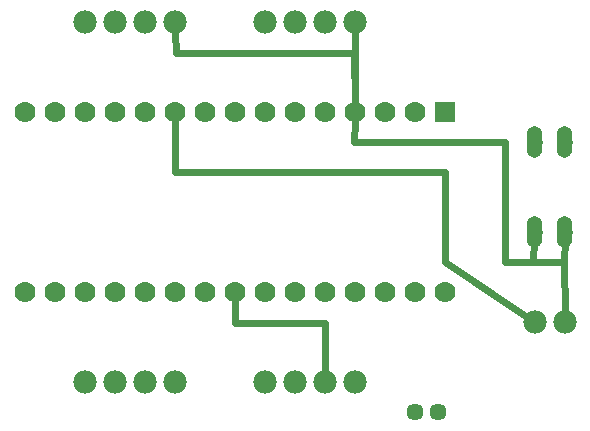
<source format=gbl>
G04 MADE WITH FRITZING*
G04 WWW.FRITZING.ORG*
G04 DOUBLE SIDED*
G04 HOLES PLATED*
G04 CONTOUR ON CENTER OF CONTOUR VECTOR*
%ASAXBY*%
%FSLAX23Y23*%
%MOIN*%
%OFA0B0*%
%SFA1.0B1.0*%
%ADD10C,0.070000*%
%ADD11C,0.078000*%
%ADD12C,0.057000*%
%ADD13C,0.052000*%
%ADD14R,0.070000X0.069972*%
%ADD15C,0.024000*%
%ADD16R,0.001000X0.001000*%
%LNCOPPER0*%
G90*
G70*
G54D10*
X1605Y1103D03*
X1505Y1103D03*
X1405Y1103D03*
X1305Y1103D03*
X1205Y1103D03*
X1105Y1103D03*
X1005Y1103D03*
X905Y1103D03*
X805Y1103D03*
X705Y1103D03*
X605Y1103D03*
X505Y1103D03*
X405Y1103D03*
X305Y1103D03*
X205Y1103D03*
X1605Y503D03*
X1505Y503D03*
X1405Y503D03*
X1305Y503D03*
X1205Y503D03*
X1105Y503D03*
X1005Y503D03*
X905Y503D03*
X805Y503D03*
X705Y503D03*
X605Y503D03*
X505Y503D03*
X405Y503D03*
X305Y503D03*
X205Y503D03*
G54D11*
X705Y1403D03*
X605Y1403D03*
X505Y1403D03*
X405Y1403D03*
X1305Y1403D03*
X1205Y1403D03*
X1105Y1403D03*
X1005Y1403D03*
X1305Y203D03*
X1205Y203D03*
X1105Y203D03*
X1005Y203D03*
X705Y203D03*
X605Y203D03*
X505Y203D03*
X405Y203D03*
G54D12*
X1505Y103D03*
X1584Y103D03*
G54D11*
X1905Y403D03*
X2005Y403D03*
G54D13*
X1905Y703D03*
X2005Y703D03*
X2005Y1003D03*
X1905Y1003D03*
G54D14*
X1605Y1103D03*
G54D15*
X1206Y401D02*
X907Y401D01*
D02*
X1206Y303D02*
X1206Y401D01*
D02*
X907Y401D02*
X906Y474D01*
D02*
X1205Y233D02*
X1206Y303D01*
D02*
X1305Y1373D02*
X1305Y1132D01*
D02*
X1305Y1132D02*
X1304Y1301D01*
D02*
X711Y1301D02*
X707Y1373D01*
D02*
X1304Y1301D02*
X711Y1301D01*
D02*
X1304Y1003D02*
X1807Y1003D01*
D02*
X1807Y1003D02*
X1807Y602D01*
D02*
X1807Y602D02*
X1901Y602D01*
D02*
X1901Y602D02*
X1904Y676D01*
D02*
X1305Y1074D02*
X1304Y1003D01*
D02*
X2003Y602D02*
X2005Y676D01*
D02*
X1901Y602D02*
X2003Y602D01*
D02*
X1607Y602D02*
X1607Y905D01*
D02*
X1607Y905D02*
X707Y905D01*
D02*
X707Y905D02*
X705Y1074D01*
D02*
X1880Y420D02*
X1607Y602D01*
D02*
X2003Y602D02*
X2005Y433D01*
G54D16*
X1899Y1055D02*
X1910Y1055D01*
X1999Y1055D02*
X2010Y1055D01*
X1896Y1054D02*
X1913Y1054D01*
X1996Y1054D02*
X2013Y1054D01*
X1893Y1053D02*
X1915Y1053D01*
X1993Y1053D02*
X2015Y1053D01*
X1892Y1052D02*
X1917Y1052D01*
X1992Y1052D02*
X2017Y1052D01*
X1890Y1051D02*
X1919Y1051D01*
X1990Y1051D02*
X2019Y1051D01*
X1889Y1050D02*
X1920Y1050D01*
X1989Y1050D02*
X2020Y1050D01*
X1887Y1049D02*
X1921Y1049D01*
X1987Y1049D02*
X2021Y1049D01*
X1886Y1048D02*
X1922Y1048D01*
X1986Y1048D02*
X2022Y1048D01*
X1885Y1047D02*
X1923Y1047D01*
X1985Y1047D02*
X2023Y1047D01*
X1885Y1046D02*
X1924Y1046D01*
X1985Y1046D02*
X2024Y1046D01*
X1884Y1045D02*
X1925Y1045D01*
X1984Y1045D02*
X2025Y1045D01*
X1883Y1044D02*
X1925Y1044D01*
X1983Y1044D02*
X2025Y1044D01*
X1883Y1043D02*
X1926Y1043D01*
X1982Y1043D02*
X2026Y1043D01*
X1882Y1042D02*
X1926Y1042D01*
X1982Y1042D02*
X2026Y1042D01*
X1881Y1041D02*
X1927Y1041D01*
X1981Y1041D02*
X2027Y1041D01*
X1881Y1040D02*
X1928Y1040D01*
X1981Y1040D02*
X2028Y1040D01*
X1881Y1039D02*
X1928Y1039D01*
X1980Y1039D02*
X2028Y1039D01*
X1880Y1038D02*
X1928Y1038D01*
X1980Y1038D02*
X2028Y1038D01*
X1880Y1037D02*
X1929Y1037D01*
X1980Y1037D02*
X2029Y1037D01*
X1880Y1036D02*
X1929Y1036D01*
X1980Y1036D02*
X2029Y1036D01*
X1879Y1035D02*
X1929Y1035D01*
X1979Y1035D02*
X2029Y1035D01*
X1879Y1034D02*
X1929Y1034D01*
X1979Y1034D02*
X2029Y1034D01*
X1879Y1033D02*
X1929Y1033D01*
X1979Y1033D02*
X2029Y1033D01*
X1879Y1032D02*
X1930Y1032D01*
X1979Y1032D02*
X2030Y1032D01*
X1879Y1031D02*
X1930Y1031D01*
X1979Y1031D02*
X2030Y1031D01*
X1879Y1030D02*
X1930Y1030D01*
X1979Y1030D02*
X2030Y1030D01*
X1879Y1029D02*
X1930Y1029D01*
X1979Y1029D02*
X2030Y1029D01*
X1879Y1028D02*
X1930Y1028D01*
X1979Y1028D02*
X2030Y1028D01*
X1879Y1027D02*
X1930Y1027D01*
X1979Y1027D02*
X2030Y1027D01*
X1879Y1026D02*
X1930Y1026D01*
X1979Y1026D02*
X2030Y1026D01*
X1879Y1025D02*
X1930Y1025D01*
X1979Y1025D02*
X2030Y1025D01*
X1879Y1024D02*
X1930Y1024D01*
X1979Y1024D02*
X2030Y1024D01*
X1879Y1023D02*
X1930Y1023D01*
X1979Y1023D02*
X2030Y1023D01*
X1879Y1022D02*
X1930Y1022D01*
X1979Y1022D02*
X2030Y1022D01*
X1879Y1021D02*
X1930Y1021D01*
X1979Y1021D02*
X2030Y1021D01*
X1879Y1020D02*
X1930Y1020D01*
X1979Y1020D02*
X2030Y1020D01*
X1879Y1019D02*
X1899Y1019D01*
X1909Y1019D02*
X1930Y1019D01*
X1979Y1019D02*
X1999Y1019D01*
X2009Y1019D02*
X2030Y1019D01*
X1879Y1018D02*
X1897Y1018D01*
X1912Y1018D02*
X1930Y1018D01*
X1979Y1018D02*
X1997Y1018D01*
X2012Y1018D02*
X2030Y1018D01*
X1879Y1017D02*
X1895Y1017D01*
X1914Y1017D02*
X1930Y1017D01*
X1979Y1017D02*
X1995Y1017D01*
X2014Y1017D02*
X2030Y1017D01*
X1879Y1016D02*
X1894Y1016D01*
X1915Y1016D02*
X1930Y1016D01*
X1979Y1016D02*
X1994Y1016D01*
X2015Y1016D02*
X2030Y1016D01*
X1879Y1015D02*
X1892Y1015D01*
X1916Y1015D02*
X1930Y1015D01*
X1979Y1015D02*
X1992Y1015D01*
X2016Y1015D02*
X2030Y1015D01*
X1879Y1014D02*
X1892Y1014D01*
X1917Y1014D02*
X1930Y1014D01*
X1979Y1014D02*
X1992Y1014D01*
X2017Y1014D02*
X2030Y1014D01*
X1879Y1013D02*
X1891Y1013D01*
X1918Y1013D02*
X1930Y1013D01*
X1979Y1013D02*
X1991Y1013D01*
X2018Y1013D02*
X2030Y1013D01*
X1879Y1012D02*
X1890Y1012D01*
X1918Y1012D02*
X1930Y1012D01*
X1979Y1012D02*
X1990Y1012D01*
X2018Y1012D02*
X2030Y1012D01*
X1879Y1011D02*
X1890Y1011D01*
X1919Y1011D02*
X1930Y1011D01*
X1979Y1011D02*
X1990Y1011D01*
X2019Y1011D02*
X2030Y1011D01*
X1879Y1010D02*
X1889Y1010D01*
X1919Y1010D02*
X1930Y1010D01*
X1979Y1010D02*
X1989Y1010D01*
X2019Y1010D02*
X2030Y1010D01*
X1879Y1009D02*
X1889Y1009D01*
X1920Y1009D02*
X1930Y1009D01*
X1979Y1009D02*
X1989Y1009D01*
X2020Y1009D02*
X2030Y1009D01*
X1879Y1008D02*
X1888Y1008D01*
X1920Y1008D02*
X1930Y1008D01*
X1979Y1008D02*
X1988Y1008D01*
X2020Y1008D02*
X2030Y1008D01*
X1879Y1007D02*
X1888Y1007D01*
X1920Y1007D02*
X1930Y1007D01*
X1979Y1007D02*
X1988Y1007D01*
X2020Y1007D02*
X2030Y1007D01*
X1879Y1006D02*
X1888Y1006D01*
X1920Y1006D02*
X1930Y1006D01*
X1979Y1006D02*
X1988Y1006D01*
X2020Y1006D02*
X2030Y1006D01*
X1879Y1005D02*
X1888Y1005D01*
X1921Y1005D02*
X1930Y1005D01*
X1979Y1005D02*
X1988Y1005D01*
X2021Y1005D02*
X2030Y1005D01*
X1879Y1004D02*
X1888Y1004D01*
X1921Y1004D02*
X1930Y1004D01*
X1979Y1004D02*
X1988Y1004D01*
X2021Y1004D02*
X2030Y1004D01*
X1879Y1003D02*
X1888Y1003D01*
X1921Y1003D02*
X1930Y1003D01*
X1979Y1003D02*
X1988Y1003D01*
X2021Y1003D02*
X2030Y1003D01*
X1879Y1002D02*
X1888Y1002D01*
X1921Y1002D02*
X1930Y1002D01*
X1979Y1002D02*
X1988Y1002D01*
X2021Y1002D02*
X2030Y1002D01*
X1879Y1001D02*
X1888Y1001D01*
X1920Y1001D02*
X1930Y1001D01*
X1979Y1001D02*
X1988Y1001D01*
X2020Y1001D02*
X2030Y1001D01*
X1879Y1000D02*
X1888Y1000D01*
X1920Y1000D02*
X1930Y1000D01*
X1979Y1000D02*
X1988Y1000D01*
X2020Y1000D02*
X2030Y1000D01*
X1879Y999D02*
X1889Y999D01*
X1920Y999D02*
X1930Y999D01*
X1979Y999D02*
X1988Y999D01*
X2020Y999D02*
X2030Y999D01*
X1879Y998D02*
X1889Y998D01*
X1920Y998D02*
X1930Y998D01*
X1979Y998D02*
X1989Y998D01*
X2020Y998D02*
X2030Y998D01*
X1879Y997D02*
X1889Y997D01*
X1919Y997D02*
X1930Y997D01*
X1979Y997D02*
X1989Y997D01*
X2019Y997D02*
X2030Y997D01*
X1879Y996D02*
X1890Y996D01*
X1919Y996D02*
X1930Y996D01*
X1979Y996D02*
X1990Y996D01*
X2019Y996D02*
X2030Y996D01*
X1879Y995D02*
X1890Y995D01*
X1918Y995D02*
X1930Y995D01*
X1979Y995D02*
X1990Y995D01*
X2018Y995D02*
X2030Y995D01*
X1879Y994D02*
X1891Y994D01*
X1917Y994D02*
X1930Y994D01*
X1979Y994D02*
X1991Y994D01*
X2017Y994D02*
X2030Y994D01*
X1879Y993D02*
X1892Y993D01*
X1917Y993D02*
X1930Y993D01*
X1979Y993D02*
X1992Y993D01*
X2017Y993D02*
X2030Y993D01*
X1879Y992D02*
X1893Y992D01*
X1916Y992D02*
X1930Y992D01*
X1979Y992D02*
X1993Y992D01*
X2016Y992D02*
X2030Y992D01*
X1879Y991D02*
X1894Y991D01*
X1914Y991D02*
X1930Y991D01*
X1979Y991D02*
X1994Y991D01*
X2014Y991D02*
X2030Y991D01*
X1879Y990D02*
X1896Y990D01*
X1913Y990D02*
X1930Y990D01*
X1979Y990D02*
X1996Y990D01*
X2013Y990D02*
X2030Y990D01*
X1879Y989D02*
X1897Y989D01*
X1911Y989D02*
X1930Y989D01*
X1979Y989D02*
X1997Y989D01*
X2011Y989D02*
X2030Y989D01*
X1879Y988D02*
X1901Y988D01*
X1908Y988D02*
X1930Y988D01*
X1979Y988D02*
X2001Y988D01*
X2008Y988D02*
X2030Y988D01*
X1879Y987D02*
X1930Y987D01*
X1979Y987D02*
X2030Y987D01*
X1879Y986D02*
X1930Y986D01*
X1979Y986D02*
X2030Y986D01*
X1879Y985D02*
X1930Y985D01*
X1979Y985D02*
X2030Y985D01*
X1879Y984D02*
X1930Y984D01*
X1979Y984D02*
X2030Y984D01*
X1879Y983D02*
X1930Y983D01*
X1979Y983D02*
X2030Y983D01*
X1879Y982D02*
X1930Y982D01*
X1979Y982D02*
X2030Y982D01*
X1879Y981D02*
X1930Y981D01*
X1979Y981D02*
X2030Y981D01*
X1879Y980D02*
X1930Y980D01*
X1979Y980D02*
X2030Y980D01*
X1879Y979D02*
X1930Y979D01*
X1979Y979D02*
X2030Y979D01*
X1879Y978D02*
X1930Y978D01*
X1979Y978D02*
X2030Y978D01*
X1879Y977D02*
X1930Y977D01*
X1979Y977D02*
X2030Y977D01*
X1879Y976D02*
X1930Y976D01*
X1979Y976D02*
X2030Y976D01*
X1879Y975D02*
X1930Y975D01*
X1979Y975D02*
X2030Y975D01*
X1879Y974D02*
X1929Y974D01*
X1979Y974D02*
X2029Y974D01*
X1879Y973D02*
X1929Y973D01*
X1979Y973D02*
X2029Y973D01*
X1879Y972D02*
X1929Y972D01*
X1979Y972D02*
X2029Y972D01*
X1880Y971D02*
X1929Y971D01*
X1980Y971D02*
X2029Y971D01*
X1880Y970D02*
X1929Y970D01*
X1980Y970D02*
X2029Y970D01*
X1880Y969D02*
X1928Y969D01*
X1980Y969D02*
X2028Y969D01*
X1881Y968D02*
X1928Y968D01*
X1981Y968D02*
X2028Y968D01*
X1881Y967D02*
X1927Y967D01*
X1981Y967D02*
X2027Y967D01*
X1882Y966D02*
X1927Y966D01*
X1982Y966D02*
X2027Y966D01*
X1882Y965D02*
X1926Y965D01*
X1982Y965D02*
X2026Y965D01*
X1883Y964D02*
X1926Y964D01*
X1983Y964D02*
X2026Y964D01*
X1883Y963D02*
X1925Y963D01*
X1983Y963D02*
X2025Y963D01*
X1884Y962D02*
X1924Y962D01*
X1984Y962D02*
X2024Y962D01*
X1885Y961D02*
X1924Y961D01*
X1985Y961D02*
X2024Y961D01*
X1886Y960D02*
X1923Y960D01*
X1986Y960D02*
X2023Y960D01*
X1887Y959D02*
X1922Y959D01*
X1987Y959D02*
X2022Y959D01*
X1888Y958D02*
X1921Y958D01*
X1988Y958D02*
X2021Y958D01*
X1889Y957D02*
X1919Y957D01*
X1989Y957D02*
X2019Y957D01*
X1890Y956D02*
X1918Y956D01*
X1990Y956D02*
X2018Y956D01*
X1892Y955D02*
X1916Y955D01*
X1992Y955D02*
X2016Y955D01*
X1894Y954D02*
X1914Y954D01*
X1994Y954D02*
X2014Y954D01*
X1897Y953D02*
X1912Y953D01*
X1997Y953D02*
X2012Y953D01*
X1901Y952D02*
X1908Y952D01*
X2001Y952D02*
X2008Y952D01*
X1899Y755D02*
X1910Y755D01*
X1999Y755D02*
X2010Y755D01*
X1896Y754D02*
X1913Y754D01*
X1996Y754D02*
X2013Y754D01*
X1893Y753D02*
X1915Y753D01*
X1993Y753D02*
X2015Y753D01*
X1892Y752D02*
X1917Y752D01*
X1992Y752D02*
X2017Y752D01*
X1890Y751D02*
X1919Y751D01*
X1990Y751D02*
X2019Y751D01*
X1889Y750D02*
X1920Y750D01*
X1989Y750D02*
X2020Y750D01*
X1887Y749D02*
X1921Y749D01*
X1987Y749D02*
X2021Y749D01*
X1886Y748D02*
X1922Y748D01*
X1986Y748D02*
X2022Y748D01*
X1885Y747D02*
X1923Y747D01*
X1985Y747D02*
X2023Y747D01*
X1885Y746D02*
X1924Y746D01*
X1985Y746D02*
X2024Y746D01*
X1884Y745D02*
X1925Y745D01*
X1984Y745D02*
X2025Y745D01*
X1883Y744D02*
X1925Y744D01*
X1983Y744D02*
X2025Y744D01*
X1883Y743D02*
X1926Y743D01*
X1982Y743D02*
X2026Y743D01*
X1882Y742D02*
X1926Y742D01*
X1982Y742D02*
X2026Y742D01*
X1881Y741D02*
X1927Y741D01*
X1981Y741D02*
X2027Y741D01*
X1881Y740D02*
X1928Y740D01*
X1981Y740D02*
X2028Y740D01*
X1881Y739D02*
X1928Y739D01*
X1980Y739D02*
X2028Y739D01*
X1880Y738D02*
X1928Y738D01*
X1980Y738D02*
X2028Y738D01*
X1880Y737D02*
X1929Y737D01*
X1980Y737D02*
X2029Y737D01*
X1880Y736D02*
X1929Y736D01*
X1980Y736D02*
X2029Y736D01*
X1879Y735D02*
X1929Y735D01*
X1979Y735D02*
X2029Y735D01*
X1879Y734D02*
X1929Y734D01*
X1979Y734D02*
X2029Y734D01*
X1879Y733D02*
X1929Y733D01*
X1979Y733D02*
X2029Y733D01*
X1879Y732D02*
X1930Y732D01*
X1979Y732D02*
X2030Y732D01*
X1879Y731D02*
X1930Y731D01*
X1979Y731D02*
X2030Y731D01*
X1879Y730D02*
X1930Y730D01*
X1979Y730D02*
X2030Y730D01*
X1879Y729D02*
X1930Y729D01*
X1979Y729D02*
X2030Y729D01*
X1879Y728D02*
X1930Y728D01*
X1979Y728D02*
X2030Y728D01*
X1879Y727D02*
X1930Y727D01*
X1979Y727D02*
X2030Y727D01*
X1879Y726D02*
X1930Y726D01*
X1979Y726D02*
X2030Y726D01*
X1879Y725D02*
X1930Y725D01*
X1979Y725D02*
X2030Y725D01*
X1879Y724D02*
X1930Y724D01*
X1979Y724D02*
X2030Y724D01*
X1879Y723D02*
X1930Y723D01*
X1979Y723D02*
X2030Y723D01*
X1879Y722D02*
X1930Y722D01*
X1979Y722D02*
X2030Y722D01*
X1879Y721D02*
X1930Y721D01*
X1979Y721D02*
X2030Y721D01*
X1879Y720D02*
X1930Y720D01*
X1979Y720D02*
X2030Y720D01*
X1879Y719D02*
X1899Y719D01*
X1909Y719D02*
X1930Y719D01*
X1979Y719D02*
X1999Y719D01*
X2009Y719D02*
X2030Y719D01*
X1879Y718D02*
X1897Y718D01*
X1912Y718D02*
X1930Y718D01*
X1979Y718D02*
X1997Y718D01*
X2012Y718D02*
X2030Y718D01*
X1879Y717D02*
X1895Y717D01*
X1914Y717D02*
X1930Y717D01*
X1979Y717D02*
X1995Y717D01*
X2014Y717D02*
X2030Y717D01*
X1879Y716D02*
X1894Y716D01*
X1915Y716D02*
X1930Y716D01*
X1979Y716D02*
X1994Y716D01*
X2015Y716D02*
X2030Y716D01*
X1879Y715D02*
X1892Y715D01*
X1916Y715D02*
X1930Y715D01*
X1979Y715D02*
X1992Y715D01*
X2016Y715D02*
X2030Y715D01*
X1879Y714D02*
X1892Y714D01*
X1917Y714D02*
X1930Y714D01*
X1979Y714D02*
X1992Y714D01*
X2017Y714D02*
X2030Y714D01*
X1879Y713D02*
X1891Y713D01*
X1918Y713D02*
X1930Y713D01*
X1979Y713D02*
X1991Y713D01*
X2018Y713D02*
X2030Y713D01*
X1879Y712D02*
X1890Y712D01*
X1918Y712D02*
X1930Y712D01*
X1979Y712D02*
X1990Y712D01*
X2018Y712D02*
X2030Y712D01*
X1879Y711D02*
X1890Y711D01*
X1919Y711D02*
X1930Y711D01*
X1979Y711D02*
X1990Y711D01*
X2019Y711D02*
X2030Y711D01*
X1879Y710D02*
X1889Y710D01*
X1919Y710D02*
X1930Y710D01*
X1979Y710D02*
X1989Y710D01*
X2019Y710D02*
X2030Y710D01*
X1879Y709D02*
X1889Y709D01*
X1920Y709D02*
X1930Y709D01*
X1979Y709D02*
X1989Y709D01*
X2020Y709D02*
X2030Y709D01*
X1879Y708D02*
X1888Y708D01*
X1920Y708D02*
X1930Y708D01*
X1979Y708D02*
X1988Y708D01*
X2020Y708D02*
X2030Y708D01*
X1879Y707D02*
X1888Y707D01*
X1920Y707D02*
X1930Y707D01*
X1979Y707D02*
X1988Y707D01*
X2020Y707D02*
X2030Y707D01*
X1879Y706D02*
X1888Y706D01*
X1920Y706D02*
X1930Y706D01*
X1979Y706D02*
X1988Y706D01*
X2020Y706D02*
X2030Y706D01*
X1879Y705D02*
X1888Y705D01*
X1921Y705D02*
X1930Y705D01*
X1979Y705D02*
X1988Y705D01*
X2021Y705D02*
X2030Y705D01*
X1879Y704D02*
X1888Y704D01*
X1921Y704D02*
X1930Y704D01*
X1979Y704D02*
X1988Y704D01*
X2021Y704D02*
X2030Y704D01*
X1879Y703D02*
X1888Y703D01*
X1921Y703D02*
X1930Y703D01*
X1979Y703D02*
X1988Y703D01*
X2021Y703D02*
X2030Y703D01*
X1879Y702D02*
X1888Y702D01*
X1921Y702D02*
X1930Y702D01*
X1979Y702D02*
X1988Y702D01*
X2021Y702D02*
X2030Y702D01*
X1879Y701D02*
X1888Y701D01*
X1920Y701D02*
X1930Y701D01*
X1979Y701D02*
X1988Y701D01*
X2020Y701D02*
X2030Y701D01*
X1879Y700D02*
X1888Y700D01*
X1920Y700D02*
X1930Y700D01*
X1979Y700D02*
X1988Y700D01*
X2020Y700D02*
X2030Y700D01*
X1879Y699D02*
X1889Y699D01*
X1920Y699D02*
X1930Y699D01*
X1979Y699D02*
X1988Y699D01*
X2020Y699D02*
X2030Y699D01*
X1879Y698D02*
X1889Y698D01*
X1920Y698D02*
X1930Y698D01*
X1979Y698D02*
X1989Y698D01*
X2020Y698D02*
X2030Y698D01*
X1879Y697D02*
X1889Y697D01*
X1919Y697D02*
X1930Y697D01*
X1979Y697D02*
X1989Y697D01*
X2019Y697D02*
X2030Y697D01*
X1879Y696D02*
X1890Y696D01*
X1919Y696D02*
X1930Y696D01*
X1979Y696D02*
X1990Y696D01*
X2019Y696D02*
X2030Y696D01*
X1879Y695D02*
X1890Y695D01*
X1918Y695D02*
X1930Y695D01*
X1979Y695D02*
X1990Y695D01*
X2018Y695D02*
X2030Y695D01*
X1879Y694D02*
X1891Y694D01*
X1917Y694D02*
X1930Y694D01*
X1979Y694D02*
X1991Y694D01*
X2017Y694D02*
X2030Y694D01*
X1879Y693D02*
X1892Y693D01*
X1917Y693D02*
X1930Y693D01*
X1979Y693D02*
X1992Y693D01*
X2017Y693D02*
X2030Y693D01*
X1879Y692D02*
X1893Y692D01*
X1916Y692D02*
X1930Y692D01*
X1979Y692D02*
X1993Y692D01*
X2016Y692D02*
X2030Y692D01*
X1879Y691D02*
X1894Y691D01*
X1914Y691D02*
X1930Y691D01*
X1979Y691D02*
X1994Y691D01*
X2014Y691D02*
X2030Y691D01*
X1879Y690D02*
X1896Y690D01*
X1913Y690D02*
X1930Y690D01*
X1979Y690D02*
X1996Y690D01*
X2013Y690D02*
X2030Y690D01*
X1879Y689D02*
X1897Y689D01*
X1911Y689D02*
X1930Y689D01*
X1979Y689D02*
X1997Y689D01*
X2011Y689D02*
X2030Y689D01*
X1879Y688D02*
X1901Y688D01*
X1908Y688D02*
X1930Y688D01*
X1979Y688D02*
X2001Y688D01*
X2008Y688D02*
X2030Y688D01*
X1879Y687D02*
X1930Y687D01*
X1979Y687D02*
X2030Y687D01*
X1879Y686D02*
X1930Y686D01*
X1979Y686D02*
X2030Y686D01*
X1879Y685D02*
X1930Y685D01*
X1979Y685D02*
X2030Y685D01*
X1879Y684D02*
X1930Y684D01*
X1979Y684D02*
X2030Y684D01*
X1879Y683D02*
X1930Y683D01*
X1979Y683D02*
X2030Y683D01*
X1879Y682D02*
X1930Y682D01*
X1979Y682D02*
X2030Y682D01*
X1879Y681D02*
X1930Y681D01*
X1979Y681D02*
X2030Y681D01*
X1879Y680D02*
X1930Y680D01*
X1979Y680D02*
X2030Y680D01*
X1879Y679D02*
X1930Y679D01*
X1979Y679D02*
X2030Y679D01*
X1879Y678D02*
X1930Y678D01*
X1979Y678D02*
X2030Y678D01*
X1879Y677D02*
X1930Y677D01*
X1979Y677D02*
X2030Y677D01*
X1879Y676D02*
X1930Y676D01*
X1979Y676D02*
X2030Y676D01*
X1879Y675D02*
X1930Y675D01*
X1979Y675D02*
X2030Y675D01*
X1879Y674D02*
X1929Y674D01*
X1979Y674D02*
X2029Y674D01*
X1879Y673D02*
X1929Y673D01*
X1979Y673D02*
X2029Y673D01*
X1879Y672D02*
X1929Y672D01*
X1979Y672D02*
X2029Y672D01*
X1880Y671D02*
X1929Y671D01*
X1980Y671D02*
X2029Y671D01*
X1880Y670D02*
X1929Y670D01*
X1980Y670D02*
X2029Y670D01*
X1880Y669D02*
X1928Y669D01*
X1980Y669D02*
X2028Y669D01*
X1881Y668D02*
X1928Y668D01*
X1981Y668D02*
X2028Y668D01*
X1881Y667D02*
X1927Y667D01*
X1981Y667D02*
X2027Y667D01*
X1882Y666D02*
X1927Y666D01*
X1982Y666D02*
X2027Y666D01*
X1882Y665D02*
X1926Y665D01*
X1982Y665D02*
X2026Y665D01*
X1883Y664D02*
X1926Y664D01*
X1983Y664D02*
X2026Y664D01*
X1883Y663D02*
X1925Y663D01*
X1983Y663D02*
X2025Y663D01*
X1884Y662D02*
X1924Y662D01*
X1984Y662D02*
X2024Y662D01*
X1885Y661D02*
X1924Y661D01*
X1985Y661D02*
X2024Y661D01*
X1886Y660D02*
X1923Y660D01*
X1986Y660D02*
X2023Y660D01*
X1887Y659D02*
X1922Y659D01*
X1987Y659D02*
X2022Y659D01*
X1888Y658D02*
X1921Y658D01*
X1988Y658D02*
X2021Y658D01*
X1889Y657D02*
X1919Y657D01*
X1989Y657D02*
X2019Y657D01*
X1890Y656D02*
X1918Y656D01*
X1990Y656D02*
X2018Y656D01*
X1892Y655D02*
X1916Y655D01*
X1992Y655D02*
X2016Y655D01*
X1894Y654D02*
X1914Y654D01*
X1994Y654D02*
X2014Y654D01*
X1897Y653D02*
X1912Y653D01*
X1997Y653D02*
X2012Y653D01*
X1901Y652D02*
X1908Y652D01*
X2001Y652D02*
X2008Y652D01*
D02*
G04 End of Copper0*
M02*
</source>
